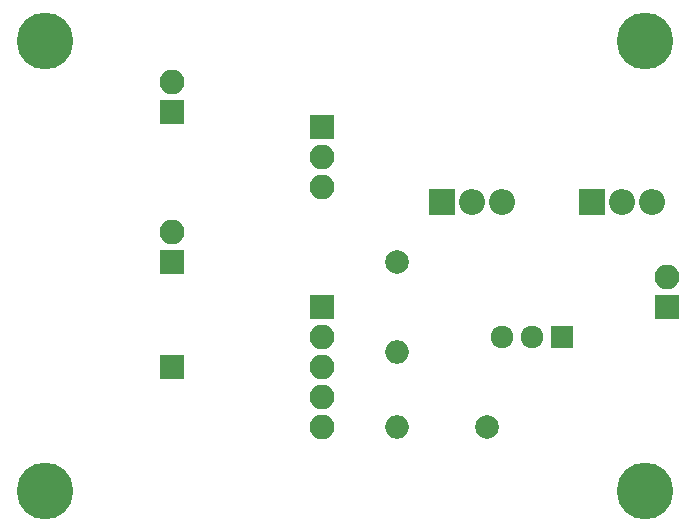
<source format=gbr>
G04 #@! TF.GenerationSoftware,KiCad,Pcbnew,5.0.0-fee4fd1~65~ubuntu17.10.1*
G04 #@! TF.CreationDate,2018-12-28T18:32:25-05:00*
G04 #@! TF.ProjectId,resetter,72657365747465722E6B696361645F70,rev?*
G04 #@! TF.SameCoordinates,Original*
G04 #@! TF.FileFunction,Soldermask,Bot*
G04 #@! TF.FilePolarity,Negative*
%FSLAX46Y46*%
G04 Gerber Fmt 4.6, Leading zero omitted, Abs format (unit mm)*
G04 Created by KiCad (PCBNEW 5.0.0-fee4fd1~65~ubuntu17.10.1) date Fri Dec 28 18:32:25 2018*
%MOMM*%
%LPD*%
G01*
G04 APERTURE LIST*
%ADD10O,2.100000X2.100000*%
%ADD11R,2.100000X2.100000*%
%ADD12O,2.200000X2.200000*%
%ADD13R,2.200000X2.200000*%
%ADD14O,2.000000X2.000000*%
%ADD15C,2.000000*%
%ADD16R,1.920000X1.920000*%
%ADD17C,1.920000*%
%ADD18C,4.800000*%
G04 APERTURE END LIST*
D10*
G04 #@! TO.C,J1*
X56515000Y-46037500D03*
D11*
X56515000Y-48577500D03*
G04 #@! TD*
G04 #@! TO.C,J2*
X56515000Y-57467500D03*
G04 #@! TD*
G04 #@! TO.C,J3*
X98425000Y-52387500D03*
D10*
X98425000Y-49847500D03*
G04 #@! TD*
G04 #@! TO.C,J4*
X56515000Y-33337500D03*
D11*
X56515000Y-35877500D03*
G04 #@! TD*
D12*
G04 #@! TO.C,Q2*
X84455000Y-43497500D03*
X81915000Y-43497500D03*
D13*
X79375000Y-43497500D03*
G04 #@! TD*
G04 #@! TO.C,Q3*
X92075000Y-43497500D03*
D12*
X94615000Y-43497500D03*
X97155000Y-43497500D03*
G04 #@! TD*
D14*
G04 #@! TO.C,R1*
X75565000Y-62547500D03*
D15*
X83185000Y-62547500D03*
G04 #@! TD*
G04 #@! TO.C,R2*
X75565000Y-48577500D03*
D14*
X75565000Y-56197500D03*
G04 #@! TD*
D10*
G04 #@! TO.C,U1*
X69215000Y-42227500D03*
X69215000Y-39687500D03*
D11*
X69215000Y-37147500D03*
G04 #@! TD*
D10*
G04 #@! TO.C,U2*
X69215000Y-62547500D03*
X69215000Y-60007500D03*
X69215000Y-57467500D03*
X69215000Y-54927500D03*
D11*
X69215000Y-52387500D03*
G04 #@! TD*
D16*
G04 #@! TO.C,Q1*
X89535000Y-54927500D03*
D17*
X84455000Y-54927500D03*
X86995000Y-54927500D03*
G04 #@! TD*
D18*
G04 #@! TO.C,MK1*
X45720000Y-29845000D03*
G04 #@! TD*
G04 #@! TO.C,MK2*
X96520000Y-67945000D03*
G04 #@! TD*
G04 #@! TO.C,MK3*
X96520000Y-29845000D03*
G04 #@! TD*
G04 #@! TO.C,MK4*
X45720000Y-67945000D03*
G04 #@! TD*
M02*

</source>
